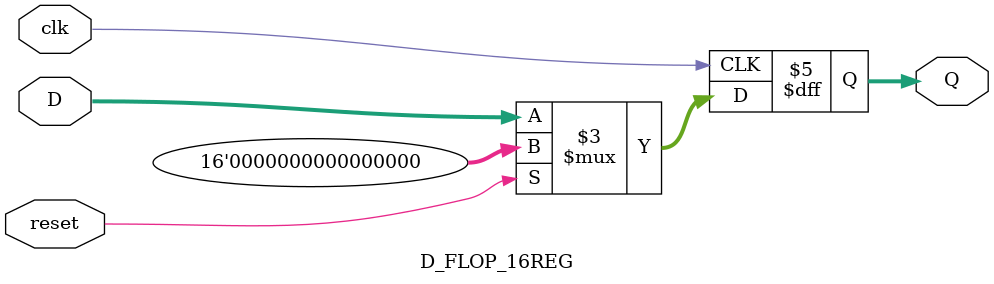
<source format=v>
module D_FLOP_16REG
(
input               clk,
input               reset,
input       [15:0]  D,
output  reg [15:0]  Q);

always @(posedge clk)
begin

if(reset)
  Q <= 16'd0;
else 
  Q <= D;  
end

endmodule


</source>
